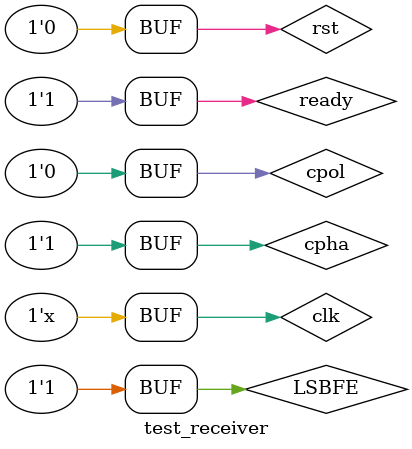
<source format=v>
`define MODE0,MODE1

module Receiver(data_in,clk,rst,LSBFE,cpol,cpha,store_data,ready);
	input data_in,clk,rst,cpol,cpha,LSBFE,ready;
	output [0:7]store_data;
	wire [2:0]cnt;
	//wire w;
	reg cntr_en,x,c;
	
	parameter IDLE=2'b00, WAIT=2'b01, TRANSFER=2'b10, STOP=2'b11;
	reg [1:0]ps,ns;

	//ModeSelectionRx u1(.in(data_in),.clk(clk),.rst(rst),.cpol(cpol),.cpha(cpha),.out(w));
	//store8bit_pos u2(.d_in(data_in),.lsbfe(LSBFE),.clk(clk),.rst(rst),.sel(cntr_en),.d_out(store_data));
	store8bit_neg u2(.d_in(data_in),.lsbfe(LSBFE),.clk(clk),.rst(rst),.sel(cntr_en),.d_out(store_data));
	//count_pos_nc ct (.clk(clk),.en(cntr_en),.LSBFE(LSBFE),.rst(rst),.out(cnt));
	count_neg_nc ct (.clk(clk),.en(cntr_en),.LSBFE(LSBFE),.rst(rst),.out(cnt));

`ifdef MODE0

//FSM logic for Mode 0
always@(posedge clk) 
begin
	if(rst) begin
		ps<=IDLE;
		//dout_m<=8'b0;
		cntr_en<=0;
		x<=0;
		end	
	else
		begin
			ps<=ns;
			x<=x+1;
		end		
	
	case(ps)
		IDLE: begin
				c<=0;
		end
		
		WAIT: begin
				//cntr_en<=0;
				//c<=0;
		end
				
		TRANSFER: begin
				if((cnt==3'b111 && LSBFE) || (cnt==3'b000 && !LSBFE))							//count is output of counter module
					begin
						c<=1;											//completion flag
						cntr_en<=0;						
					end	
				else
					begin
						cntr_en<=1;
						c<=0;
					end
				end 
		STOP:begin
				if(c)begin
					//cntr_en<=0;
					c<=0;
					end
				end
	endcase	
	
end

`elsif MODE1
//FSM logic for Mode 0
always@(negedge clk) 
begin
	if(rst) begin
		ps<=IDLE;
		//dout_m<=8'b0;
		cntr_en<=0;
		x<=0;
		end	
	else
		begin
			ps<=ns;
			x<=x+1;
		end		
	
	case(ps)
		IDLE: begin
				c<=0;
		end
		
		WAIT: begin
				//cntr_en<=0;
				//c<=0;
		end
				
		TRANSFER: begin
				if((cnt==3'b111 && LSBFE) || (cnt==3'b000 && !LSBFE))							//count is output of counter module
					begin
						c<=1;											//completion flag
						cntr_en<=0;						
					end	
				else
					begin
						cntr_en<=1;
						c<=0;
					end
				end 
		STOP:begin
				if(c)begin
					//cntr_en<=0;
					c<=0;
					end
				end
	endcase	
end
`endif

always@(ps,x,ready,cnt,c,LSBFE) 
begin
	case(ps)
		IDLE: begin
					if(ready)
						ns<=WAIT;
					else
						ns<=IDLE;
				end
				
		WAIT: begin		
					if(ready)
						ns<=TRANSFER;
					else
						ns<=WAIT;					
				end
				
		TRANSFER: begin
				if((cnt==3'b111 && LSBFE) || (cnt==3'b000 && !LSBFE))
					ns<=STOP;
				else
					ns<=TRANSFER;				
				end
				
		STOP:begin
				if(c)
					ns<=WAIT;
				else
					ns<=STOP;
				end
	endcase
end
endmodule



module test_receiver;
	reg data_in,clk,rst,cpol,cpha,ready,LSBFE;
	wire [7:0]store_data;

Receiver dut (data_in,clk,rst,LSBFE,cpol,cpha,store_data,ready);

initial begin
	data_in=0; clk=0; rst=1; 
	cpol=0; cpha=1; 
	ready=1;
	LSBFE=1;
	#20
	rst=0;
	//#2
   //ready = 1;
end

always #7 data_in=$random;
always #13 clk=~clk;
endmodule

</source>
